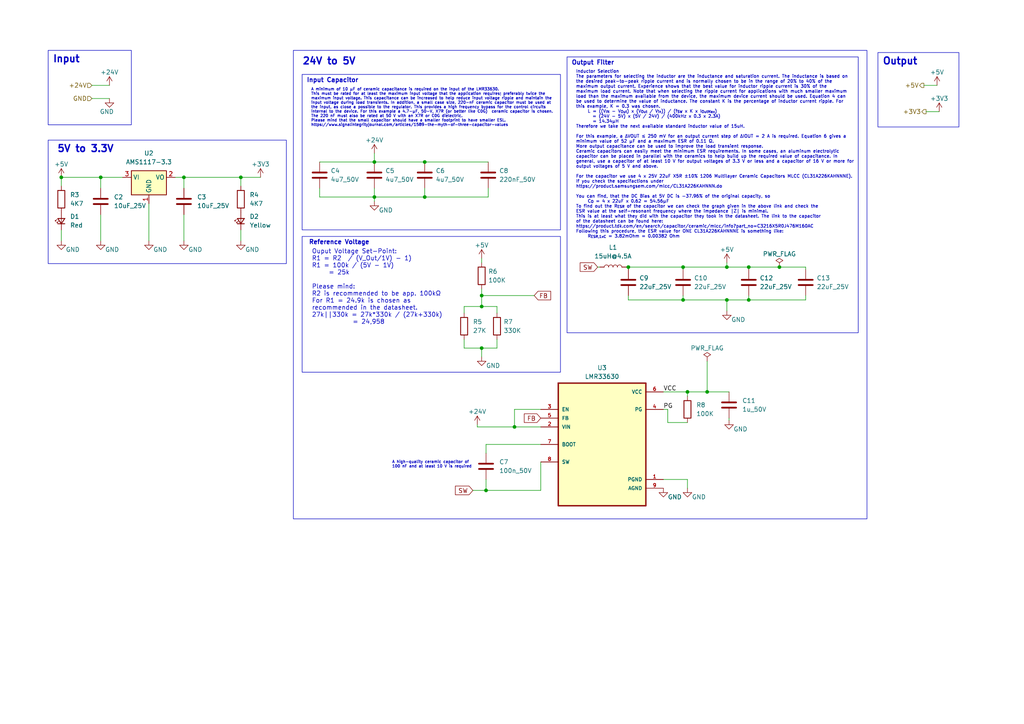
<source format=kicad_sch>
(kicad_sch (version 20231120) (generator "eeschema") (generator_version "8.0")
  (paper "A4")
  (lib_symbols
    (symbol "+5V_1" (power) (pin_names (offset 0))
      (property "Value" "+5V_1" (at 0 3.556 0))
      (symbol "+5V_1_0_1"
        (polyline (pts (xy -0.762 1.27) (xy 0 2.54)))
        (polyline (pts (xy 0 0) (xy 0 2.54)))
        (polyline (pts (xy 0 2.54) (xy 0.762 1.27)))
      )
      (symbol "+5V_1_1_1"
        (pin power_in line (at 0 0 90) (length 0) hide (name "+5V") (number "1"))
      )
    )
    (symbol "_C_0402:100n_50V" (pin_numbers hide) (pin_names (offset 0.254))
      (property "Reference" "C" (at 0.635 2.54 0))
      (property "Value" "100n_50V" (at 0.635 -2.54 0))
      (symbol "100n_50V_0_1"
        (polyline (pts (xy -2.032 -0.762) (xy 2.032 -0.762)) (stroke (width 0.508)))
        (polyline (pts (xy -2.032 0.762) (xy 2.032 0.762)) (stroke (width 0.508)))
      )
      (symbol "100n_50V_1_1"
        (pin passive line (at 0 3.81 270) (length 2.794) (name "~") (number "1"))
        (pin passive line (at 0 -3.81 90) (length 2.794) (name "~") (number "2"))
      )
    )
    (symbol "_C_0603:10uF_25V" (pin_numbers hide) (pin_names (offset 0.254))
      (property "Reference" "C" (at 0.635 2.54 0))
      (property "Value" "10uF_25V" (at 0.635 -2.54 0))
      (symbol "10uF_25V_0_1"
        (polyline (pts (xy -2.032 -0.762) (xy 2.032 -0.762)) (stroke (width 0.508)))
        (polyline (pts (xy -2.032 0.762) (xy 2.032 0.762)) (stroke (width 0.508)))
      )
      (symbol "10uF_25V_1_1"
        (pin passive line (at 0 3.81 270) (length 2.794) (name "~") (number "1"))
        (pin passive line (at 0 -3.81 90) (length 2.794) (name "~") (number "2"))
      )
    )
    (symbol "_C_0805:1u_50V" (pin_numbers hide) (pin_names (offset 0.254))
      (property "Reference" "C" (at 0.635 2.54 0))
      (property "Value" "1u_50V" (at 0.635 -2.54 0))
      (symbol "1u_50V_0_1"
        (polyline (pts (xy -2.032 -0.762) (xy 2.032 -0.762)) (stroke (width 0.508)))
        (polyline (pts (xy -2.032 0.762) (xy 2.032 0.762)) (stroke (width 0.508)))
      )
      (symbol "1u_50V_1_1"
        (pin passive line (at 0 3.81 270) (length 2.794) (name "~") (number "1"))
        (pin passive line (at 0 -3.81 90) (length 2.794) (name "~") (number "2"))
      )
    )
    (symbol "_C_0805:220nF_50V" (pin_numbers hide) (pin_names (offset 0.254))
      (property "Reference" "C" (at 0.635 2.54 0))
      (property "Value" "220nF_50V" (at 0.635 -2.54 0))
      (symbol "220nF_50V_0_1"
        (polyline (pts (xy -2.032 -0.762) (xy 2.032 -0.762)) (stroke (width 0.508)))
        (polyline (pts (xy -2.032 0.762) (xy 2.032 0.762)) (stroke (width 0.508)))
      )
      (symbol "220nF_50V_1_1"
        (pin passive line (at 0 3.81 270) (length 2.794) (name "~") (number "1"))
        (pin passive line (at 0 -3.81 90) (length 2.794) (name "~") (number "2"))
      )
    )
    (symbol "_C_1206:22uF_25V" (pin_numbers hide) (pin_names (offset 0.254))
      (property "Reference" "C" (at 0.635 2.54 0))
      (property "Value" "22uF_25V" (at 0.635 -2.54 0))
      (symbol "22uF_25V_0_1"
        (polyline (pts (xy -2.032 -0.762) (xy 2.032 -0.762)) (stroke (width 0.508)))
        (polyline (pts (xy -2.032 0.762) (xy 2.032 0.762)) (stroke (width 0.508)))
      )
      (symbol "22uF_25V_1_1"
        (pin passive line (at 0 3.81 270) (length 2.794) (name "~") (number "1"))
        (pin passive line (at 0 -3.81 90) (length 2.794) (name "~") (number "2"))
      )
    )
    (symbol "_C_1206:4u7_50V" (pin_numbers hide) (pin_names (offset 0.254))
      (property "Reference" "C" (at 0.635 2.54 0))
      (property "Value" "4u7_50V" (at 0.635 -2.54 0))
      (symbol "4u7_50V_0_1"
        (polyline (pts (xy -2.032 -0.762) (xy 2.032 -0.762)) (stroke (width 0.508)))
        (polyline (pts (xy -2.032 0.762) (xy 2.032 0.762)) (stroke (width 0.508)))
      )
      (symbol "4u7_50V_1_1"
        (pin passive line (at 0 3.81 270) (length 2.794) (name "~") (number "1"))
        (pin passive line (at 0 -3.81 90) (length 2.794) (name "~") (number "2"))
      )
    )
    (symbol "_LED:Red" (pin_numbers hide) (pin_names (offset 0.254) hide)
      (property "Reference" "D" (at -1.27 3.175 0))
      (property "Value" "Red" (at -4.445 -2.54 0))
      (symbol "Red_0_1"
        (polyline (pts (xy -0.762 -1.016) (xy -0.762 1.016)) (stroke (width 0.254)))
        (polyline (pts (xy 1.016 0) (xy -0.762 0)))
        (polyline (pts (xy 0.762 -1.016) (xy -0.762 0) (xy 0.762 1.016) (xy 0.762 -1.016)) (stroke (width 0.254)))
        (polyline (pts (xy 0 0.762) (xy -0.508 1.27) (xy -0.254 1.27) (xy -0.508 1.27) (xy -0.508 1.016)))
        (polyline (pts (xy 0.508 1.27) (xy 0 1.778) (xy 0.254 1.778) (xy 0 1.778) (xy 0 1.524)))
      )
      (symbol "Red_1_1"
        (pin passive line (at -2.54 0 0) (length 1.778) (name "K") (number "1"))
        (pin passive line (at 2.54 0 180) (length 1.778) (name "A") (number "2"))
      )
    )
    (symbol "_LED:Yellow" (pin_numbers hide) (pin_names (offset 0.254) hide)
      (property "Reference" "D" (at -1.27 3.175 0))
      (property "Value" "Yellow" (at -4.445 -2.54 0))
      (symbol "Yellow_0_1"
        (polyline (pts (xy -0.762 -1.016) (xy -0.762 1.016)) (stroke (width 0.254)))
        (polyline (pts (xy 1.016 0) (xy -0.762 0)))
        (polyline (pts (xy 0.762 -1.016) (xy -0.762 0) (xy 0.762 1.016) (xy 0.762 -1.016)) (stroke (width 0.254)))
        (polyline (pts (xy 0 0.762) (xy -0.508 1.27) (xy -0.254 1.27) (xy -0.508 1.27) (xy -0.508 1.016)))
        (polyline (pts (xy 0.508 1.27) (xy 0 1.778) (xy 0.254 1.778) (xy 0 1.778) (xy 0 1.524)))
      )
      (symbol "Yellow_1_1"
        (pin passive line (at -2.54 0 0) (length 1.778) (name "K") (number "1"))
        (pin passive line (at 2.54 0 180) (length 1.778) (name "A") (number "2"))
      )
    )
    (symbol "_L_Power:15uH@4.5A" (pin_numbers hide) (pin_names (offset 1.016) hide)
      (property "Reference" "L" (at -1.27 0 90))
      (property "Value" "15uH@4.5A" (at 1.905 0 90))
      (symbol "15uH@4.5A_0_1"
        (arc (start 0 -2.54) (mid 0.6323 -1.905) (end 0 -1.27))
        (arc (start 0 -1.27) (mid 0.6323 -0.635) (end 0 0))
        (arc (start 0 0) (mid 0.6323 0.635) (end 0 1.27))
        (arc (start 0 1.27) (mid 0.6323 1.905) (end 0 2.54))
      )
      (symbol "15uH@4.5A_1_1"
        (pin passive line (at 0 3.81 270) (length 1.27) (name "1") (number "1"))
        (pin passive line (at 0 -3.81 90) (length 1.27) (name "2") (number "2"))
      )
    )
    (symbol "_R_0402:100K" (pin_numbers hide) (pin_names (offset 0))
      (property "Reference" "R" (at 2.032 0 90))
      (property "Value" "100K" (at 0 0 90))
      (symbol "100K_0_1"
        (rectangle (start -1.016 -2.54) (end 1.016 2.54) (stroke (width 0.254)))
      )
      (symbol "100K_1_1"
        (pin passive line (at 0 3.81 270) (length 1.27) (name "~") (number "1"))
        (pin passive line (at 0 -3.81 90) (length 1.27) (name "~") (number "2"))
      )
    )
    (symbol "_R_0603:27K" (pin_numbers hide) (pin_names (offset 0))
      (property "Reference" "R" (at 2.032 0 90))
      (property "Value" "27K" (at 0 0 90))
      (symbol "27K_0_1"
        (rectangle (start -1.016 -2.54) (end 1.016 2.54) (stroke (width 0.254)))
      )
      (symbol "27K_1_1"
        (pin passive line (at 0 3.81 270) (length 1.27) (name "~") (number "1"))
        (pin passive line (at 0 -3.81 90) (length 1.27) (name "~") (number "2"))
      )
    )
    (symbol "_R_0603:330K" (pin_numbers hide) (pin_names (offset 0))
      (property "Reference" "R" (at 2.032 0 90))
      (property "Value" "330K" (at 0 0 90))
      (symbol "330K_0_1"
        (rectangle (start -1.016 -2.54) (end 1.016 2.54) (stroke (width 0.254)))
      )
      (symbol "330K_1_1"
        (pin passive line (at 0 3.81 270) (length 1.27) (name "~") (number "1"))
        (pin passive line (at 0 -3.81 90) (length 1.27) (name "~") (number "2"))
      )
    )
    (symbol "_R_0603:4K7" (pin_numbers hide) (pin_names (offset 0))
      (property "Reference" "R" (at 2.032 0 90))
      (property "Value" "4K7" (at 0 0 90))
      (symbol "4K7_0_1"
        (rectangle (start -1.016 -2.54) (end 1.016 2.54) (stroke (width 0.254)))
      )
      (symbol "4K7_1_1"
        (pin passive line (at 0 3.81 270) (length 1.27) (name "~") (number "1"))
        (pin passive line (at 0 -3.81 90) (length 1.27) (name "~") (number "2"))
      )
    )
    (symbol "_Regulator_Linear:AMS1117-3.3"
      (property "Reference" "U" (at -3.81 3.175 0))
      (property "Value" "AMS1117-3.3" (at 0 3.175 0))
      (symbol "AMS1117-3.3_0_1"
        (rectangle (start -5.08 -5.08) (end 5.08 1.905) (stroke (width 0.254)) (fill (type background)))
      )
      (symbol "AMS1117-3.3_1_1"
        (pin power_in line (at 0 -7.62 90) (length 2.54) (name "GND") (number "1"))
        (pin power_out line (at 7.62 0 180) (length 2.54) (name "VO") (number "2"))
        (pin power_in line (at -7.62 0 0) (length 2.54) (name "VI") (number "3"))
      )
    )
    (symbol "_Regulator_Switching:LMR33630" (pin_names (offset 1.016))
      (property "Reference" "U" (at -12.7 18.78 0))
      (property "Value" "LMR33630" (at -12.7 -21.78 0))
      (symbol "LMR33630_0_0"
        (rectangle (start -12.7 -17.78) (end 12.7 17.78) (stroke (width 0.41)) (fill (type background)))
        (pin power_in line (at 17.78 -10.16 180) (length 5.08) (name "PGND") (number "1"))
        (pin input line (at -17.78 5.08 0) (length 5.08) (name "VIN") (number "2"))
        (pin input line (at -17.78 10.16 0) (length 5.08) (name "EN") (number "3"))
        (pin output line (at 17.78 10.16 180) (length 5.08) (name "PG") (number "4"))
        (pin input line (at -17.78 7.62 0) (length 5.08) (name "FB") (number "5"))
        (pin power_in line (at 17.78 15.24 180) (length 5.08) (name "VCC") (number "6"))
        (pin bidirectional line (at -17.78 0 0) (length 5.08) (name "BOOT") (number "7"))
        (pin bidirectional line (at -17.78 -5.08 0) (length 5.08) (name "SW") (number "8"))
        (pin power_in line (at 17.78 -12.7 180) (length 5.08) (name "AGND") (number "9"))
      )
    )
    (symbol "power:+24V" (power) (pin_names (offset 0))
      (property "Value" "+24V" (at 0 3.556 0))
      (symbol "+24V_0_1"
        (polyline (pts (xy -0.762 1.27) (xy 0 2.54)))
        (polyline (pts (xy 0 0) (xy 0 2.54)))
        (polyline (pts (xy 0 2.54) (xy 0.762 1.27)))
      )
      (symbol "+24V_1_1"
        (pin power_in line (at 0 0 90) (length 0) hide (name "+24V") (number "1"))
      )
    )
    (symbol "power:+3V3" (power) (pin_names (offset 0))
      (property "Value" "+3V3" (at 0 3.556 0))
      (symbol "+3V3_0_1"
        (polyline (pts (xy -0.762 1.27) (xy 0 2.54)))
        (polyline (pts (xy 0 0) (xy 0 2.54)))
        (polyline (pts (xy 0 2.54) (xy 0.762 1.27)))
      )
      (symbol "+3V3_1_1"
        (pin power_in line (at 0 0 90) (length 0) hide (name "+3V3") (number "1"))
      )
    )
    (symbol "power:+5V" (power) (pin_names (offset 0))
      (property "Value" "+5V" (at 0 3.556 0))
      (symbol "+5V_0_1"
        (polyline (pts (xy -0.762 1.27) (xy 0 2.54)))
        (polyline (pts (xy 0 0) (xy 0 2.54)))
        (polyline (pts (xy 0 2.54) (xy 0.762 1.27)))
      )
      (symbol "+5V_1_1"
        (pin power_in line (at 0 0 90) (length 0) hide (name "+5V") (number "1"))
      )
    )
    (symbol "power:GND" (power) (pin_names (offset 0))
      (property "Value" "GND" (at 0 -3.81 0))
      (symbol "GND_0_1"
        (polyline (pts (xy 0 0) (xy 0 -1.27) (xy 1.27 -1.27) (xy 0 -2.54) (xy -1.27 -1.27) (xy 0 -1.27)))
      )
      (symbol "GND_1_1"
        (pin power_in line (at 0 0 270) (length 0) hide (name "GND") (number "1"))
      )
    )
    (symbol "power:PWR_FLAG" (power) (pin_numbers hide) (pin_names (offset 0) hide)
      (property "Value" "PWR_FLAG" (at 0 3.81 0))
      (symbol "PWR_FLAG_0_0"
        (pin power_out line (at 0 0 90) (length 0) (name "pwr") (number "1"))
      )
      (symbol "PWR_FLAG_0_1"
        (polyline (pts (xy 0 0) (xy 0 1.27) (xy -1.016 1.905) (xy 0 2.54) (xy 1.016 1.905) (xy 0 1.27)))
      )
    )
  )
  (junction (at 210.82 77.47))
  (junction (at 205.105 113.665))
  (junction (at 123.19 46.99))
  (junction (at 182.245 77.47))
  (junction (at 217.17 86.995))
  (junction (at 210.82 86.995))
  (junction (at 108.585 46.99))
  (junction (at 108.585 57.15))
  (junction (at 139.7 88.9))
  (junction (at 139.7 100.965))
  (junction (at 217.17 77.47))
  (junction (at 149.225 123.825))
  (junction (at 69.85 51.435))
  (junction (at 123.19 57.15))
  (junction (at 29.21 51.435))
  (junction (at 226.06 77.47))
  (junction (at 53.34 51.435))
  (junction (at 199.39 113.665))
  (junction (at 198.12 86.995))
  (junction (at 17.78 51.435))
  (junction (at 139.7 85.725))
  (junction (at 140.97 142.24))
  (junction (at 198.12 77.47))
  (wire (pts (xy 193.675 118.745) (xy 192.405 118.745)))
  (wire (pts (xy 92.71 54.61) (xy 92.71 57.15)))
  (wire (pts (xy 210.82 77.47) (xy 217.17 77.47)))
  (wire (pts (xy 199.39 139.065) (xy 199.39 141.605)))
  (wire (pts (xy 268.605 32.385) (xy 272.415 32.385)))
  (wire (pts (xy 139.7 83.82) (xy 139.7 85.725)))
  (wire (pts (xy 217.17 85.725) (xy 217.17 86.995)))
  (wire (pts (xy 233.68 77.47) (xy 226.06 77.47)))
  (wire (pts (xy 43.18 59.055) (xy 43.18 69.85)))
  (wire (pts (xy 123.19 57.15) (xy 141.605 57.15)))
  (wire (pts (xy 144.145 100.965) (xy 144.145 98.425)))
  (wire (pts (xy 173.355 77.47) (xy 173.99 77.47)))
  (wire (pts (xy 267.97 24.765) (xy 271.78 24.765)))
  (wire (pts (xy 198.12 77.47) (xy 210.82 77.47)))
  (wire (pts (xy 50.8 51.435) (xy 53.34 51.435)))
  (wire (pts (xy 29.21 51.435) (xy 35.56 51.435)))
  (wire (pts (xy 198.12 86.995) (xy 210.82 86.995)))
  (wire (pts (xy 199.39 114.935) (xy 199.39 113.665)))
  (wire (pts (xy 140.97 139.065) (xy 140.97 142.24)))
  (wire (pts (xy 69.85 69.85) (xy 69.85 66.675)))
  (wire (pts (xy 182.245 77.47) (xy 198.12 77.47)))
  (wire (pts (xy 144.145 90.805) (xy 144.145 88.9)))
  (wire (pts (xy 92.71 57.15) (xy 108.585 57.15)))
  (wire (pts (xy 198.12 78.105) (xy 198.12 77.47)))
  (wire (pts (xy 140.97 128.905) (xy 156.845 128.905)))
  (wire (pts (xy 69.85 53.975) (xy 69.85 51.435)))
  (wire (pts (xy 217.17 77.47) (xy 217.17 78.105)))
  (wire (pts (xy 193.675 122.555) (xy 193.675 118.745)))
  (wire (pts (xy 134.62 88.9) (xy 139.7 88.9)))
  (wire (pts (xy 181.61 77.47) (xy 182.245 77.47)))
  (wire (pts (xy 26.67 28.575) (xy 31.75 28.575)))
  (wire (pts (xy 140.97 128.905) (xy 140.97 131.445)))
  (wire (pts (xy 141.605 54.61) (xy 141.605 57.15)))
  (wire (pts (xy 182.245 86.995) (xy 182.245 85.725)))
  (wire (pts (xy 134.62 90.805) (xy 134.62 88.9)))
  (wire (pts (xy 144.145 88.9) (xy 139.7 88.9)))
  (wire (pts (xy 53.34 51.435) (xy 69.85 51.435)))
  (wire (pts (xy 199.39 122.555) (xy 193.675 122.555)))
  (wire (pts (xy 217.17 77.47) (xy 226.06 77.47)))
  (wire (pts (xy 211.455 121.285) (xy 211.455 121.92)))
  (wire (pts (xy 233.68 86.995) (xy 233.68 85.725)))
  (wire (pts (xy 123.19 54.61) (xy 123.19 57.15)))
  (wire (pts (xy 182.245 86.995) (xy 198.12 86.995)))
  (wire (pts (xy 139.7 100.965) (xy 139.7 103.505)))
  (wire (pts (xy 134.62 100.965) (xy 139.7 100.965)))
  (wire (pts (xy 29.21 62.23) (xy 29.21 69.85)))
  (wire (pts (xy 140.97 142.24) (xy 156.845 142.24)))
  (wire (pts (xy 149.225 118.745) (xy 156.845 118.745)))
  (wire (pts (xy 139.7 100.965) (xy 144.145 100.965)))
  (wire (pts (xy 233.68 78.105) (xy 233.68 77.47)))
  (wire (pts (xy 108.585 44.45) (xy 108.585 46.99)))
  (wire (pts (xy 149.225 123.825) (xy 156.845 123.825)))
  (wire (pts (xy 123.19 46.99) (xy 141.605 46.99)))
  (wire (pts (xy 182.245 77.47) (xy 182.245 78.105)))
  (wire (pts (xy 53.34 62.23) (xy 53.34 69.85)))
  (wire (pts (xy 139.7 85.725) (xy 154.94 85.725)))
  (wire (pts (xy 149.225 118.745) (xy 149.225 123.825)))
  (wire (pts (xy 108.585 54.61) (xy 108.585 57.15)))
  (wire (pts (xy 210.82 86.995) (xy 210.82 90.17)))
  (wire (pts (xy 108.585 46.99) (xy 123.19 46.99)))
  (wire (pts (xy 29.21 54.61) (xy 29.21 51.435)))
  (wire (pts (xy 17.78 53.975) (xy 17.78 51.435)))
  (wire (pts (xy 53.34 51.435) (xy 53.34 54.61)))
  (wire (pts (xy 210.82 86.995) (xy 217.17 86.995)))
  (wire (pts (xy 139.7 76.2) (xy 139.7 74.93)))
  (wire (pts (xy 92.71 46.99) (xy 108.585 46.99)))
  (wire (pts (xy 199.39 113.665) (xy 192.405 113.665)))
  (wire (pts (xy 134.62 98.425) (xy 134.62 100.965)))
  (wire (pts (xy 138.43 123.825) (xy 149.225 123.825)))
  (wire (pts (xy 108.585 57.15) (xy 108.585 58.42)))
  (wire (pts (xy 26.67 24.765) (xy 31.75 24.765)))
  (wire (pts (xy 198.12 85.725) (xy 198.12 86.995)))
  (wire (pts (xy 217.17 86.995) (xy 233.68 86.995)))
  (wire (pts (xy 205.105 113.665) (xy 211.455 113.665)))
  (wire (pts (xy 17.78 69.85) (xy 17.78 66.675)))
  (wire (pts (xy 205.105 104.775) (xy 205.105 113.665)))
  (wire (pts (xy 108.585 57.15) (xy 123.19 57.15)))
  (wire (pts (xy 137.16 142.24) (xy 140.97 142.24)))
  (wire (pts (xy 138.43 123.19) (xy 138.43 123.825)))
  (wire (pts (xy 192.405 139.065) (xy 199.39 139.065)))
  (wire (pts (xy 17.78 51.435) (xy 29.21 51.435)))
  (wire (pts (xy 210.82 76.2) (xy 210.82 77.47)))
  (wire (pts (xy 69.85 51.435) (xy 75.565 51.435)))
  (wire (pts (xy 199.39 113.665) (xy 205.105 113.665)))
  (wire (pts (xy 139.7 88.9) (xy 139.7 85.725)))
  (wire (pts (xy 156.845 142.24) (xy 156.845 133.985)))
  (rectangle (start 13.97 14.605) (end 38.1 36.195))
  (rectangle (start 13.97 40.64) (end 83.058 76.454))
  (rectangle (start 85.09 14.605) (end 251.46 150.495))
  (rectangle (start 164.465 16.51) (end 248.92 96.52))
  (rectangle (start 254.635 15.24) (end 278.13 36.83))
  (rectangle (start 87.63 68.58) (end 162.56 107.95))
  (rectangle (start 87.63 21.59) (end 162.56 66.675))
  (text "A high-quality ceramic capacitor of\n100 nF and at least 10 V is required" (at 113.665 135.89 0) (effects (font (size 0.8 0.8)) (justify left bottom)))
  (text "Inductor Selection\nThe parameters for selecting the inductor are the inductance and saturation current. The inductance is based on\nthe desired peak-to-peak ripple current and is normally chosen to be in the range of 20% to 40% of the\nmaximum output current. Experience shows that the best value for inductor ripple current is 30% of the\nmaximum load current. Note that when selecting the ripple current for applications with much smaller maximum\nload than the maximum available from the device, the maximum device current should be used. Equation 4 can\nbe used to determine the value of inductance. The constant K is the percentage of inductor current ripple. For\nthis example, K = 0.3 was chosen.\n	L = ((V_{IN} - V_{Out}) x (V_{Out} / V_{in})) / (f_{SW} x K x I_{OutMax})\n	  = (24V - 5V) x (5V / 24V) / (400kHz x 0.3 x 2.3A)\n       = 14.34μH\nTherefore we take the next available standard inductor value of 15uH.\n\nFor this example, a ΔVOUT ≤ 250 mV for an output current step of ΔIOUT = 2 A is required. Equation 6 gives a\nminimum value of 52 μF and a maximum ESR of 0.11 Ω.\nMore output capacitance can be used to improve the load transient response.\nCeramic capacitors can easily meet the minimum ESR requirements. In some cases, an aluminum electrolytic\ncapacitor can be placed in parallel with the ceramics to help build up the required value of capacitance. In\ngeneral, use a capacitor of at least 10 V for output voltages of 3.3 V or less and a capacitor of 16 V or more for\noutput voltages of 5 V and above.\n\nFor the capacitor we use 4 x 25V 22uF X5R ±10% 1206 Multilayer Ceramic Capacitors MLCC (CL31A226KAHNNNE).\nIf you check the specifactions under\nhttps://product.samsungsem.com/mlcc/CL31A226KAHNNN.do\n\nYou can find, that the DC Bias at 5V DC is -37.96% of the original capacity, so\n	C_{O} = 4 x 22uF x 0.62 = 54.56μF\nTo find out the R_{ESR} of the capacitor we can check the graph given in the above link and check the\nESR value at the self-resonant frequency where the impedance |Z| is minimal.\nThis is at least what they did with the capacitor they took in the datasheet. The link to the capacitor\nof the datasheet can be found here:\nhttps://product.tdk.com/en/search/capacitor/ceramic/mlcc/info?part_no=C3216X5R0J476M160AC\nFollowing this procedure, the ESR value for ONE CL31A226KAHNNNE is something like:\n	R_{ESR,1xC} = 3.82mOhm = 0.00382 Ohm" (at 167.005 69.215 0) (effects (font (size 0.9 0.9)) (justify left bottom)))
  (text "Reference Voltage" (at 89.535 71.12 0) (effects (font (size 1.27 1.27) (thickness 0.254) (bold yes)) (justify left bottom)))
  (text "A minimum of 10 μF of ceramic capacitance is required on the input of the LMR33630.\nThis must be rated for at least the maximum input voltage that the application requires; preferably twice the\nmaximum input voltage. This capacitance can be increased to help reduce input voltage ripple and maintain the\ninput voltage during load transients. In addition, a small case size, 220-nF ceramic capacitor must be used at\nthe input, as close a possible to the regulator. This provides a high frequency bypass for the control circuits\ninternal to the device. For this example a 4.7-μF, 50-V, X7R (or better like C0G)  ceramic capacitor is chosen.\nThe 220 nF must also be rated at 50 V with an X7R or C0G dielectric.\nPlease mind that the small capacitor should have a smaller footprint to have smaller ESL.\nhttps://www.signalintegrityjournal.com/articles/1589-the-myth-of-three-capacitor-values" (at 90.17 36.83 0) (effects (font (size 0.8 0.8)) (justify left bottom)))
  (text "Input Capacitor" (at 88.9 24.13 0) (effects (font (size 1.27 1.27) (thickness 0.254) (bold yes)) (justify left bottom)))
  (text "Ouput Voltage Set-Point:\nR1 = R2  / (V_Out/1V) - 1)\nR1 = 100k / (5V - 1V)\n     = 25k\n\nPlease mind:\nR2 is recommended to be app. 100kΩ\nFor R1 = 24.9k is chosen as\nrecommended in the datasheet.\n27k||330k = 27k*330k / (27k+330k)\n		  = 24,958" (at 90.424 94.234 0) (effects (font (size 1.27 1.27)) (justify left bottom)))
  (text "5V to 3.3V" (at 16.51 44.45 0) (effects (font (size 2 2) (thickness 0.4) (bold yes)) (justify left bottom)))
  (text "Input" (at 15.24 18.415 0) (effects (font (size 2 2) (thickness 0.4) (bold yes)) (justify left bottom)))
  (text "Output Filter" (at 165.735 19.05 0) (effects (font (size 1.27 1.27) (thickness 0.254) (bold yes)) (justify left bottom)))
  (text "Output" (at 255.905 19.05 0) (effects (font (size 2 2) (thickness 0.4) (bold yes)) (justify left bottom)))
  (text "24V to 5V" (at 87.63 19.05 0) (effects (font (size 2 2) (thickness 0.4) (bold yes)) (justify left bottom)))
  (label "PG" (at 192.405 118.745 0))
  (label "VCC" (at 192.405 113.665 0))
  (global_label "SW" (shape input) (at 173.355 77.47 180) (property "Intersheetrefs" "${INTERSHEET_REFS}" (effects (hide yes))))
  (global_label "FB" (shape input) (at 156.845 121.285 180) (property "Intersheetrefs" "${INTERSHEET_REFS}" (effects (hide yes))))
  (global_label "FB" (shape input) (at 154.94 85.725 0) (property "Intersheetrefs" "${INTERSHEET_REFS}" (effects (hide yes))))
  (global_label "SW" (shape input) (at 137.16 142.24 180) (property "Intersheetrefs" "${INTERSHEET_REFS}" (effects (hide yes))))
  (hierarchical_label "+5V" (shape output) (at 267.97 24.765 180))
  (hierarchical_label "+24V" (shape input) (at 26.67 24.765 180))
  (hierarchical_label "+3V3" (shape output) (at 268.605 32.385 180))
  (hierarchical_label "GND" (shape input) (at 26.67 28.575 180))
  (symbol (lib_id "_R_0603:27K") (at 134.62 94.615 0) (unit 1)
    (property "Reference" "R5" (at 137.16 93.345 0) (effects (justify left)))
    (property "Value" "27K" (at 137.16 95.885 0) (effects (justify left)))
    (property "Footprint" "Resistor_SMD:R_0603_1608Metric" (effects (hide yes)))
    (property "MF" "UNI-ROYAL" (effects (hide yes)))
    (property "MPN" "0603WAF2702T5E" (effects (hide yes)))
    (property "OC_LCSC" "C22967" (effects (hide yes)))
  )
  (symbol (lib_id "_C_1206:22uF_25V") (at 233.68 81.915 0) (unit 1)
    (property "Reference" "C13" (at 236.855 80.645 0) (effects (justify left)))
    (property "Value" "22uF_25V" (at 236.855 83.185 0) (effects (justify left)))
    (property "Footprint" "Capacitor_SMD:C_1206_3216Metric" (effects (hide yes)))
    (property "Datasheet" "https://product.samsungsem.com/mlcc/CL31A226KAHNNN.do" (effects (hide yes)))
    (property "MF" "Samsung Electro-Mechanics" (effects (hide yes)))
    (property "MPN" "CL31A226KAHNNNE" (effects (hide yes)))
    (property "OC_LCSC" "C12891" (effects (hide yes)))
  )
  (symbol (lib_id "_C_1206:4u7_50V") (at 123.19 50.8 0) (unit 1)
    (property "Reference" "C6" (at 126.365 49.53 0) (effects (justify left)))
    (property "Value" "4u7_50V" (at 126.365 52.07 0) (effects (justify left)))
    (property "Footprint" "Capacitor_SMD:C_1206_3216Metric" (effects (hide yes)))
    (property "MF" "FH" (effects (hide yes)))
    (property "MPN" "1206B475K500NT" (effects (hide yes)))
    (property "OC_LCSC" "C29823" (effects (hide yes)))
  )
  (symbol (lib_id "power:GND") (at 53.34 69.85 0) (unit 1)
    (property "Reference" "#PWR041" (effects (hide yes)))
    (property "Value" "GND" (at 54.61 72.39 0) (effects (justify left)))
  )
  (symbol (lib_id "power:+3V3") (at 75.565 51.435 0) (unit 1)
    (property "Reference" "#PWR043" (effects (hide yes)))
    (property "Value" "+3V3" (at 75.565 47.625 0))
  )
  (symbol (lib_id "_Regulator_Switching:LMR33630") (at 174.625 128.905 0) (unit 1)
    (property "Reference" "U3" (at 174.625 106.68 0))
    (property "Value" "LMR33630" (at 174.625 109.22 0))
    (property "Footprint" "Package_SO:Texas_R-PDSO-G8_EP2.95x4.9mm_Mask2.4x3.1mm_ThermalVias" (effects (hide yes)))
    (property "Datasheet" "https://www.ti.com/lit/ds/symlink/lmr33630.pdf" (effects (hide yes)))
    (property "MF" "TI" (effects (hide yes)))
    (property "MPN" "LMR33630ADDAR" (effects (hide yes)))
    (property "OC_LCSC" "C841384" (effects (hide yes)))
  )
  (symbol (lib_id "power:GND") (at 210.82 90.17 0) (unit 1)
    (property "Reference" "#PWR052" (effects (hide yes)))
    (property "Value" "GND" (at 212.09 92.71 0) (effects (justify left)))
  )
  (symbol (lib_id "power:GND") (at 69.85 69.85 0) (unit 1)
    (property "Reference" "#PWR042" (effects (hide yes)))
    (property "Value" "GND" (at 71.12 72.39 0) (effects (justify left)))
  )
  (symbol (lib_name "+5V_1") (lib_id "power:+5V") (at 271.78 24.765 0) (unit 1)
    (property "Reference" "#PWR054" (effects (hide yes)))
    (property "Value" "+5V" (at 271.78 20.955 0))
  )
  (symbol (lib_id "power:PWR_FLAG") (at 226.06 77.47 0) (unit 1)
    (property "Reference" "#FLG03" (effects (hide yes)))
    (property "Value" "PWR_FLAG" (at 226.06 73.66 0))
  )
  (symbol (lib_id "_LED:Red") (at 17.78 64.135 90) (unit 1)
    (property "Reference" "D1" (at 20.32 62.8015 90) (effects (justify right)))
    (property "Value" "Red" (at 20.32 65.3415 90) (effects (justify right)))
    (property "Footprint" "LED_SMD:LED_0603_1608Metric" (effects (hide yes)))
    (property "Datasheet" "https://datasheet.lcsc.com/lcsc/1810231112_Hubei-KENTO-Elec-KT-0603R_C2286.pdf" (effects (hide yes)))
    (property "MF" "Hubei KENTO Elec" (effects (hide yes)))
    (property "MPN" "KT-0603R" (effects (hide yes)))
    (property "OC_LCSC" "C2286" (effects (hide yes)))
  )
  (symbol (lib_id "power:GND") (at 108.585 58.42 0) (unit 1)
    (property "Reference" "#PWR045" (effects (hide yes)))
    (property "Value" "GND" (at 109.855 60.96 0) (effects (justify left)))
  )
  (symbol (lib_id "_C_0805:220nF_50V") (at 141.605 50.8 0) (unit 1)
    (property "Reference" "C8" (at 144.78 49.53 0) (effects (justify left)))
    (property "Value" "220nF_50V" (at 144.78 52.07 0) (effects (justify left)))
    (property "Footprint" "Capacitor_SMD:C_0805_2012Metric" (effects (hide yes)))
    (property "Datasheet" "https://product.samsungsem.com/mlcc/CL21B224KBFNNN.do" (effects (hide yes)))
    (property "MF" "Samsung Electro-Mechanics" (effects (hide yes)))
    (property "MPN" "CL21B224KBFNNNE" (effects (hide yes)))
    (property "OC_LCSC" "C5378" (effects (hide yes)))
  )
  (symbol (lib_id "_R_0603:330K") (at 144.145 94.615 0) (unit 1)
    (property "Reference" "R7" (at 146.05 93.345 0) (effects (justify left)))
    (property "Value" "330K" (at 146.05 95.885 0) (effects (justify left)))
    (property "Footprint" "Resistor_SMD:R_0603_1608Metric" (effects (hide yes)))
    (property "MF" "UNI-ROYAL" (effects (hide yes)))
    (property "MPN" "0603WAF3303T5E" (effects (hide yes)))
    (property "OC_LCSC" "C23137" (effects (hide yes)))
  )
  (symbol (lib_id "power:GND") (at 199.39 141.605 0) (unit 1)
    (property "Reference" "#PWR050" (effects (hide yes)))
    (property "Value" "GND" (at 200.66 144.145 0) (effects (justify left)))
  )
  (symbol (lib_id "_LED:Yellow") (at 69.85 64.135 90) (unit 1)
    (property "Reference" "D2" (at 72.39 62.8015 90) (effects (justify right)))
    (property "Value" "Yellow" (at 72.39 65.3415 90) (effects (justify right)))
    (property "Footprint" "LED_SMD:LED_0805_2012Metric" (effects (hide yes)))
    (property "Datasheet" "https://datasheet.lcsc.com/lcsc/1806151129_Hubei-KENTO-Elec-KT-0805Y_C2296.pdf" (effects (hide yes)))
    (property "MF" "Hubei KENTO Elec" (effects (hide yes)))
    (property "MPN" "KT-0805Y" (effects (hide yes)))
    (property "OC_LCSC" "C2296" (effects (hide yes)))
  )
  (symbol (lib_id "power:GND") (at 43.18 69.85 0) (unit 1)
    (property "Reference" "#PWR040" (effects (hide yes)))
    (property "Value" "GND" (at 44.45 72.39 0) (effects (justify left)))
  )
  (symbol (lib_id "power:GND") (at 139.7 103.505 0) (unit 1)
    (property "Reference" "#PWR048" (effects (hide yes)))
    (property "Value" "GND" (at 140.97 106.045 0) (effects (justify left)))
  )
  (symbol (lib_id "_R_0603:4K7") (at 69.85 57.785 0) (unit 1)
    (property "Reference" "R4" (at 72.39 56.515 0) (effects (justify left)))
    (property "Value" "4K7" (at 72.39 59.055 0) (effects (justify left)))
    (property "Footprint" "Resistor_SMD:R_0603_1608Metric" (effects (hide yes)))
    (property "Datasheet" "https://datasheet.lcsc.com/lcsc/2206010100_UNI-ROYAL-Uniroyal-Elec-0603WAF4701T5E_C23162.pdf" (effects (hide yes)))
    (property "MF" "UNI-ROYAL" (effects (hide yes)))
    (property "MPN" "0603WAF4701T5E" (effects (hide yes)))
    (property "OC_LCSC" "C23162" (effects (hide yes)))
  )
  (symbol (lib_name "+5V_1") (lib_id "power:+5V") (at 210.82 76.2 0) (unit 1)
    (property "Reference" "#PWR051" (effects (hide yes)))
    (property "Value" "+5V" (at 210.82 72.39 0))
  )
  (symbol (lib_id "_C_1206:4u7_50V") (at 92.71 50.8 0) (unit 1)
    (property "Reference" "C4" (at 95.885 49.53 0) (effects (justify left)))
    (property "Value" "4u7_50V" (at 95.885 52.07 0) (effects (justify left)))
    (property "Footprint" "Capacitor_SMD:C_1206_3216Metric" (effects (hide yes)))
    (property "MF" "FH" (effects (hide yes)))
    (property "MPN" "1206B475K500NT" (effects (hide yes)))
    (property "OC_LCSC" "C29823" (effects (hide yes)))
  )
  (symbol (lib_id "power:+3V3") (at 272.415 32.385 0) (unit 1)
    (property "Reference" "#PWR055" (effects (hide yes)))
    (property "Value" "+3V3" (at 272.415 28.575 0))
  )
  (symbol (lib_id "power:GND") (at 211.455 121.92 0) (unit 1)
    (property "Reference" "#PWR053" (effects (hide yes)))
    (property "Value" "GND" (at 212.725 124.46 0) (effects (justify left)))
  )
  (symbol (lib_id "power:+24V") (at 108.585 44.45 0) (unit 1)
    (property "Reference" "#PWR044" (effects (hide yes)))
    (property "Value" "+24V" (at 108.585 40.64 0))
  )
  (symbol (lib_id "_C_1206:22uF_25V") (at 217.17 81.915 0) (unit 1)
    (property "Reference" "C12" (at 220.345 80.645 0) (effects (justify left)))
    (property "Value" "22uF_25V" (at 220.345 83.185 0) (effects (justify left)))
    (property "Footprint" "Capacitor_SMD:C_1206_3216Metric" (effects (hide yes)))
    (property "Datasheet" "https://product.samsungsem.com/mlcc/CL31A226KAHNNN.do" (effects (hide yes)))
    (property "MF" "Samsung Electro-Mechanics" (effects (hide yes)))
    (property "MPN" "CL31A226KAHNNNE" (effects (hide yes)))
    (property "OC_LCSC" "C12891" (effects (hide yes)))
  )
  (symbol (lib_id "power:+5V") (at 17.78 51.435 0) (unit 1)
    (property "Reference" "#PWR035" (effects (hide yes)))
    (property "Value" "+5V" (at 17.78 47.625 0))
  )
  (symbol (lib_id "_C_0603:10uF_25V") (at 53.34 58.42 0) (unit 1)
    (property "Reference" "C3" (at 57.15 57.15 0) (effects (justify left)))
    (property "Value" "10uF_25V" (at 57.15 59.69 0) (effects (justify left)))
    (property "Footprint" "Capacitor_SMD:C_0603_1608Metric" (effects (hide yes)))
    (property "Datasheet" "https://product.samsungsem.com/mlcc/CL10A106MA8NRN.do" (effects (hide yes)))
    (property "MF" "Samsung Electro-Mechanics" (effects (hide yes)))
    (property "MPN" "CL10A106MA8NRNC" (effects (hide yes)))
    (property "OC_LCSC" "C96446" (effects (hide yes)))
  )
  (symbol (lib_id "power:GND") (at 29.21 69.85 0) (unit 1)
    (property "Reference" "#PWR037" (effects (hide yes)))
    (property "Value" "GND" (at 30.48 72.39 0) (effects (justify left)))
  )
  (symbol (lib_id "_C_1206:22uF_25V") (at 198.12 81.915 0) (unit 1)
    (property "Reference" "C10" (at 201.295 80.645 0) (effects (justify left)))
    (property "Value" "22uF_25V" (at 201.295 83.185 0) (effects (justify left)))
    (property "Footprint" "Capacitor_SMD:C_1206_3216Metric" (effects (hide yes)))
    (property "Datasheet" "https://product.samsungsem.com/mlcc/CL31A226KAHNNN.do" (effects (hide yes)))
    (property "MF" "Samsung Electro-Mechanics" (effects (hide yes)))
    (property "MPN" "CL31A226KAHNNNE" (effects (hide yes)))
    (property "OC_LCSC" "C12891" (effects (hide yes)))
  )
  (symbol (lib_id "power:GND") (at 31.75 28.575 0) (mirror y) (unit 1)
    (property "Reference" "#PWR039" (effects (hide yes)))
    (property "Value" "GND" (at 33.02 32.385 0) (effects (justify left)))
  )
  (symbol (lib_id "power:PWR_FLAG") (at 205.105 104.775 0) (unit 1)
    (property "Reference" "#FLG02" (effects (hide yes)))
    (property "Value" "PWR_FLAG" (at 205.105 100.965 0))
  )
  (symbol (lib_id "power:GND") (at 192.405 141.605 0) (unit 1)
    (property "Reference" "#PWR049" (effects (hide yes)))
    (property "Value" "GND" (at 193.675 144.145 0) (effects (justify left)))
  )
  (symbol (lib_id "_C_0402:100n_50V") (at 140.97 135.255 0) (unit 1)
    (property "Reference" "C7" (at 144.78 133.985 0) (effects (justify left)))
    (property "Value" "100n_50V" (at 144.78 136.525 0) (effects (justify left)))
    (property "Footprint" "Capacitor_SMD:C_0402_1005Metric" (effects (hide yes)))
    (property "Datasheet" "https://product.samsungsem.com/mlcc/CL05B104KB54PN.do" (effects (hide yes)))
    (property "MF" "Samsung Electro-Mechanics" (effects (hide yes)))
    (property "MPN" "CL05B104KB54PNC" (effects (hide yes)))
    (property "OC_LCSC" "C307331" (effects (hide yes)))
  )
  (symbol (lib_id "_R_0402:100K") (at 139.7 80.01 0) (unit 1)
    (property "Reference" "R6" (at 141.605 78.74 0) (effects (justify left)))
    (property "Value" "100K" (at 141.605 81.28 0) (effects (justify left)))
    (property "Footprint" "Resistor_SMD:R_0402_1005Metric" (effects (hide yes)))
    (property "MF" "UNI-ROYAL" (effects (hide yes)))
    (property "MPN" "0402WGF1003TCE" (effects (hide yes)))
    (property "OC_LCSC" "C25741" (effects (hide yes)))
  )
  (symbol (lib_name "+5V_1") (lib_id "power:+5V") (at 139.7 74.93 0) (unit 1)
    (property "Reference" "#PWR047" (effects (hide yes)))
    (property "Value" "+5V" (at 139.7 71.12 0))
  )
  (symbol (lib_id "_R_0402:100K") (at 199.39 118.745 0) (unit 1)
    (property "Reference" "R8" (at 201.93 117.475 0) (effects (justify left)))
    (property "Value" "100K" (at 201.93 120.015 0) (effects (justify left)))
    (property "Footprint" "Resistor_SMD:R_0402_1005Metric" (effects (hide yes)))
    (property "MF" "UNI-ROYAL" (effects (hide yes)))
    (property "MPN" "0402WGF1003TCE" (effects (hide yes)))
    (property "OC_LCSC" "C25741" (effects (hide yes)))
  )
  (symbol (lib_id "_C_0603:10uF_25V") (at 29.21 58.42 0) (unit 1)
    (property "Reference" "C2" (at 33.02 57.15 0) (effects (justify left)))
    (property "Value" "10uF_25V" (at 33.02 59.69 0) (effects (justify left)))
    (property "Footprint" "Capacitor_SMD:C_0603_1608Metric" (effects (hide yes)))
    (property "Datasheet" "https://product.samsungsem.com/mlcc/CL10A106MA8NRN.do" (effects (hide yes)))
    (property "MF" "Samsung Electro-Mechanics" (effects (hide yes)))
    (property "MPN" "CL10A106MA8NRNC" (effects (hide yes)))
    (property "OC_LCSC" "C96446" (effects (hide yes)))
  )
  (symbol (lib_id "_C_1206:22uF_25V") (at 182.245 81.915 0) (unit 1)
    (property "Reference" "C9" (at 185.42 80.645 0) (effects (justify left)))
    (property "Value" "22uF_25V" (at 185.42 83.185 0) (effects (justify left)))
    (property "Footprint" "Capacitor_SMD:C_1206_3216Metric" (effects (hide yes)))
    (property "Datasheet" "https://product.samsungsem.com/mlcc/CL31A226KAHNNN.do" (effects (hide yes)))
    (property "MF" "Samsung Electro-Mechanics" (effects (hide yes)))
    (property "MPN" "CL31A226KAHNNNE" (effects (hide yes)))
    (property "OC_LCSC" "C12891" (effects (hide yes)))
  )
  (symbol (lib_id "_C_0805:1u_50V") (at 211.455 117.475 0) (unit 1)
    (property "Reference" "C11" (at 215.265 116.205 0) (effects (justify left)))
    (property "Value" "1u_50V" (at 215.265 118.745 0) (effects (justify left)))
    (property "Footprint" "Capacitor_SMD:C_0805_2012Metric" (effects (hide yes)))
    (property "Datasheet" "https://product.samsungsem.com/mlcc/CL21B105KBFNNN.do" (effects (hide yes)))
    (property "MF" "Samsung Electro-Mechanics" (effects (hide yes)))
    (property "MPN" "CL21B105KBFNNNE" (effects (hide yes)))
    (property "OC_LCSC" "C28323" (effects (hide yes)))
  )
  (symbol (lib_id "_L_Power:15uH@4.5A") (at 177.8 77.47 90) (unit 1)
    (property "Reference" "L1" (at 177.8 71.755 90))
    (property "Value" "15uH@4.5A" (at 177.8 74.295 90))
    (property "Footprint" "Robast:Power_Inductor_SMDRI127" (effects (hide yes)))
    (property "Datasheet" "https://datasheet.lcsc.com/lcsc/2108131530_SXN-Shun-Xiang-Nuo-Elec-SMDRI127-150MT_C40000.pdf" (effects (hide yes)))
    (property "MF" "SXN(Shun Xiang Nuo Elec)" (effects (hide yes)))
    (property "MPN" "SMDRI127-150MT" (effects (hide yes)))
    (property "OC_LCSC" "C40000" (effects (hide yes)))
  )
  (symbol (lib_id "power:+24V") (at 138.43 123.19 0) (unit 1)
    (property "Reference" "#PWR046" (effects (hide yes)))
    (property "Value" "+24V" (at 138.43 119.38 0))
  )
  (symbol (lib_id "_Regulator_Linear:AMS1117-3.3") (at 43.18 51.435 0) (unit 1)
    (property "Reference" "U2" (at 43.18 44.45 0))
    (property "Value" "AMS1117-3.3" (at 43.18 46.99 0))
    (property "Footprint" "Package_TO_SOT_SMD:SOT-223-3_TabPin2" (effects (hide yes)))
    (property "Datasheet" "http://www.advanced-monolithic.com/pdf/ds1117.pdf" (effects (hide yes)))
    (property "MF" "Advanced Monolithic Systems" (effects (hide yes)))
    (property "MPN" "AMS1117-3.3" (effects (hide yes)))
    (property "OC_LCSC" "C6186" (effects (hide yes)))
  )
  (symbol (lib_id "_C_1206:4u7_50V") (at 108.585 50.8 0) (unit 1)
    (property "Reference" "C5" (at 111.76 49.53 0) (effects (justify left)))
    (property "Value" "4u7_50V" (at 111.76 52.07 0) (effects (justify left)))
    (property "Footprint" "Capacitor_SMD:C_1206_3216Metric" (effects (hide yes)))
    (property "MF" "FH" (effects (hide yes)))
    (property "MPN" "1206B475K500NT" (effects (hide yes)))
    (property "OC_LCSC" "C29823" (effects (hide yes)))
  )
  (symbol (lib_id "power:+24V") (at 31.75 24.765 0) (unit 1)
    (property "Reference" "#PWR038" (effects (hide yes)))
    (property "Value" "+24V" (at 31.75 20.955 0))
  )
  (symbol (lib_id "power:GND") (at 17.78 69.85 0) (unit 1)
    (property "Reference" "#PWR036" (effects (hide yes)))
    (property "Value" "GND" (at 19.05 72.39 0) (effects (justify left)))
  )
  (symbol (lib_id "_R_0603:4K7") (at 17.78 57.785 0) (unit 1)
    (property "Reference" "R3" (at 20.32 56.515 0) (effects (justify left)))
    (property "Value" "4K7" (at 20.32 59.055 0) (effects (justify left)))
    (property "Footprint" "Resistor_SMD:R_0603_1608Metric" (effects (hide yes)))
    (property "Datasheet" "https://datasheet.lcsc.com/lcsc/2206010100_UNI-ROYAL-Uniroyal-Elec-0603WAF4701T5E_C23162.pdf" (effects (hide yes)))
    (property "MF" "UNI-ROYAL" (effects (hide yes)))
    (property "MPN" "0603WAF4701T5E" (effects (hide yes)))
    (property "OC_LCSC" "C23162" (effects (hide yes)))
  )
)
</source>
